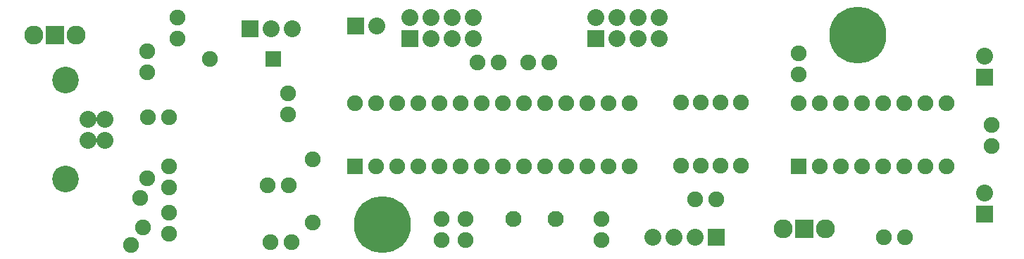
<source format=gbs>
G04 (created by PCBNEW-RS274X (2012-01-19 BZR 3256)-stable) date 11/11/2013 9:04:22 PM*
G01*
G70*
G90*
%MOIN*%
G04 Gerber Fmt 3.4, Leading zero omitted, Abs format*
%FSLAX34Y34*%
G04 APERTURE LIST*
%ADD10C,0.006000*%
%ADD11C,0.075000*%
%ADD12R,0.080000X0.080000*%
%ADD13C,0.080000*%
%ADD14C,0.076000*%
%ADD15R,0.075000X0.075000*%
%ADD16C,0.090000*%
%ADD17R,0.090000X0.090000*%
%ADD18C,0.126300*%
%ADD19C,0.270000*%
G04 APERTURE END LIST*
G54D10*
G54D11*
X70000Y-39710D03*
X70000Y-42710D03*
X50690Y-42400D03*
X50690Y-45400D03*
X69070Y-39710D03*
X69070Y-42710D03*
X68140Y-39710D03*
X68140Y-42710D03*
X70950Y-39710D03*
X70950Y-42710D03*
G54D12*
X47720Y-36200D03*
G54D13*
X48720Y-36200D03*
X49720Y-36200D03*
G54D12*
X82500Y-38500D03*
G54D13*
X82500Y-37500D03*
G54D12*
X82500Y-45000D03*
G54D13*
X82500Y-44000D03*
G54D12*
X52730Y-36080D03*
G54D13*
X53730Y-36080D03*
G54D14*
X62200Y-45250D03*
X60200Y-45250D03*
G54D11*
X53700Y-42750D03*
X54700Y-42750D03*
X55700Y-42750D03*
X56700Y-42750D03*
X57700Y-42750D03*
X58700Y-42750D03*
X59700Y-42750D03*
X60700Y-42750D03*
X61700Y-42750D03*
X62700Y-42750D03*
X63700Y-42750D03*
X64700Y-42750D03*
X65700Y-42750D03*
G54D15*
X52700Y-42750D03*
G54D11*
X65700Y-39750D03*
X64700Y-39750D03*
X63700Y-39750D03*
X62700Y-39750D03*
X61700Y-39750D03*
X60700Y-39750D03*
X59700Y-39750D03*
X58700Y-39750D03*
X57700Y-39750D03*
X56700Y-39750D03*
X55700Y-39750D03*
X54700Y-39750D03*
X53700Y-39750D03*
X52700Y-39750D03*
G54D15*
X73700Y-42750D03*
G54D11*
X74700Y-42750D03*
X75700Y-42750D03*
X76700Y-42750D03*
X77700Y-42750D03*
X78700Y-42750D03*
X79700Y-42750D03*
X80700Y-42750D03*
X80700Y-39750D03*
X79700Y-39750D03*
X78700Y-39750D03*
X77700Y-39750D03*
X76700Y-39750D03*
X75700Y-39750D03*
X74700Y-39750D03*
X73700Y-39750D03*
G54D15*
X48830Y-37660D03*
G54D11*
X45830Y-37660D03*
X49520Y-40280D03*
X49520Y-39280D03*
X43900Y-40420D03*
X42900Y-40420D03*
X43900Y-43760D03*
X43900Y-42760D03*
X59500Y-37800D03*
X58500Y-37800D03*
X56780Y-45260D03*
X56780Y-46260D03*
X60900Y-37800D03*
X61900Y-37800D03*
X57940Y-45250D03*
X57940Y-46250D03*
X64360Y-45250D03*
X64360Y-46250D03*
X42850Y-38290D03*
X42850Y-37290D03*
X44310Y-35690D03*
X44310Y-36690D03*
X73700Y-38370D03*
X73700Y-37370D03*
X48550Y-43660D03*
X49550Y-43660D03*
X49690Y-46340D03*
X48690Y-46340D03*
X43890Y-45950D03*
X43890Y-44950D03*
G54D16*
X37500Y-36500D03*
G54D17*
X38500Y-36500D03*
G54D16*
X39500Y-36500D03*
G54D11*
X42519Y-44250D03*
X42861Y-43310D03*
X42677Y-45660D03*
X42103Y-46480D03*
X82840Y-40790D03*
X82840Y-41790D03*
G54D12*
X55280Y-36680D03*
G54D13*
X55280Y-35680D03*
X56280Y-36680D03*
X56280Y-35680D03*
X57280Y-36680D03*
X57280Y-35680D03*
X58280Y-36680D03*
X58280Y-35680D03*
G54D12*
X64110Y-36680D03*
G54D13*
X64110Y-35680D03*
X65110Y-36680D03*
X65110Y-35680D03*
X66110Y-36680D03*
X66110Y-35680D03*
X67110Y-36680D03*
X67110Y-35680D03*
G54D12*
X69780Y-46120D03*
G54D13*
X68780Y-46120D03*
X67780Y-46120D03*
X66780Y-46120D03*
G54D16*
X74950Y-45700D03*
G54D17*
X73950Y-45700D03*
G54D16*
X72950Y-45700D03*
G54D11*
X77740Y-46110D03*
X78740Y-46110D03*
X69780Y-44320D03*
X68780Y-44320D03*
G54D13*
X40850Y-41500D03*
X40850Y-40500D03*
X40063Y-40500D03*
X40063Y-41500D03*
G54D18*
X39000Y-43362D03*
X39000Y-38638D03*
G54D19*
X54000Y-45500D03*
X76500Y-36500D03*
M02*

</source>
